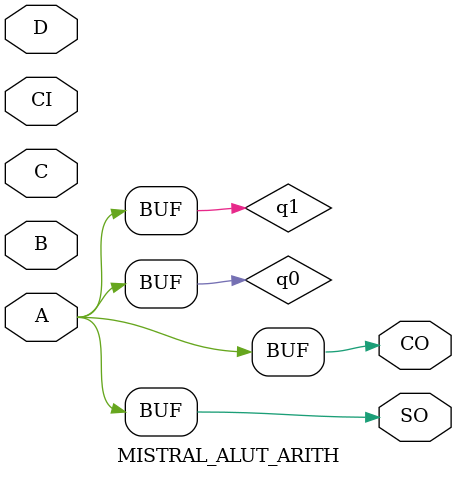
<source format=v>

`default_nettype none


(* abc9_lut=2, lib_whitebox *)
module MISTRAL_ALUT6(input A, B, C, D, E, F, output Q);

parameter [63:0] LUT = 64'h0000_0000_0000_0000;

`ifdef cycloneiv
specify
    (A => Q) = 605;
    (B => Q) = 583;
    (C => Q) = 510;
    (D => Q) = 512;
    (E => Q) = 400;
    (F => Q) = 97;
endspecify
`endif
`ifdef cyclone10gx
specify
    (A => Q) = 275;
    (B => Q) = 272;
    (C => Q) = 175;
    (D => Q) = 165;
    (E => Q) = 162;
    (F => Q) = 53;
endspecify
`endif

assign Q = LUT >> {F, E, D, C, B, A};

endmodule


(* abc9_lut=1, lib_whitebox *)
module MISTRAL_ALUT5(input A, B, C, D, E, output Q);

parameter [31:0] LUT = 32'h0000_0000;

`ifdef cycloneiv
specify
    (A => Q) = 583;
    (B => Q) = 510;
    (C => Q) = 512;
    (D => Q) = 400;
    (E => Q) = 97;
endspecify
`endif
`ifdef cyclone10gx
specify
    (A => Q) = 272;
    (B => Q) = 175;
    (C => Q) = 165;
    (D => Q) = 162;
    (E => Q) = 53;
endspecify
`endif

assign Q = LUT >> {E, D, C, B, A};

endmodule


(* abc9_lut=1, lib_whitebox *)
module MISTRAL_ALUT4(input A, B, C, D, output Q);

parameter [15:0] LUT = 16'h0000;

`ifdef cycloneiv
specify
    (A => Q) = 510;
    (B => Q) = 512;
    (C => Q) = 400;
    (D => Q) = 97;
endspecify
`endif
`ifdef cyclone10gx
specify
    (A => Q) = 175;
    (B => Q) = 165;
    (C => Q) = 162;
    (D => Q) = 53;
endspecify
`endif

assign Q = LUT >> {D, C, B, A};

endmodule


(* abc9_lut=1, lib_whitebox *)
module MISTRAL_ALUT3(input A, B, C, output Q);

parameter [7:0] LUT = 8'h00;

`ifdef cycloneiv
specify
    (A => Q) = 510;
    (B => Q) = 400;
    (C => Q) = 97;
endspecify
`endif
`ifdef cyclone10gx
specify
    (A => Q) = 165;
    (B => Q) = 162;
    (C => Q) = 53;
endspecify
`endif

assign Q = LUT >> {C, B, A};

endmodule


(* abc9_lut=1, lib_whitebox *)
module MISTRAL_ALUT2(input A, B, output Q);

parameter [3:0] LUT = 4'h0;

`ifdef cycloneiv
specify
    (A => Q) = 400;
    (B => Q) = 97;
endspecify
`endif
`ifdef cyclone10gx
specify
    (A => Q) = 162;
    (B => Q) = 53;
endspecify
`endif

assign Q = LUT >> {B, A};

endmodule


(* abc9_lut=1, lib_whitebox *)
module MISTRAL_NOT(input A, output Q);

`ifdef cycloneiv
specify
    (A => Q) = 97;
endspecify
`endif
`ifdef cyclone10gx
specify
    (A => Q) = 53;
endspecify
`endif

assign Q = ~A;

endmodule

(* abc9_box, lib_whitebox *)
module MISTRAL_ALUT_ARITH(input A, B, C, D, (* abc9_carry *) input CI, output SO, (* abc9_carry *) output CO);

parameter LUT = 16'h0000;
parameter sum_lutc_input = "cin";
`ifdef cycloneiv 
specify
    (A  => SO) = 1342;
    (B  => SO) = 1323;
    (C  => SO) = 927;
    (D => SO) = 887;
    (CI => SO) = 368;

    (A  => CO) = 1082;
    (B  => CO) = 1062;
    (C  => CO) = 813;
    (D => CO) = 866;
    (CI => CO) = 36; // Divided by 2 to account for there being two ALUT_ARITHs in an ALM)
endspecify
`endif

wire q0, q1;

assign q0 = LUT >> sum_lutc_input == "cin" ? {D, CI, B, A}:{D, C, B, A};
assign q1 = LUT >> sum_lutc_input == "cin" ? {'b1, CI, B, A}:{'b1, C, B, A};

assign SO = D ? q1 : q0;

assign CO = q0;

endmodule


/*
// A, B, C0, C1, E0, E1, F0, F1: data inputs
// CARRYIN: carry input
// SHAREIN: shared-arithmetic input
// CLK0, CLK1, CLK2: clock inputs
//
// COMB0, COMB1: combinational outputs
// FF0, FF1, FF2, FF3: DFF outputs
// SUM0, SUM1: adder outputs
// CARRYOUT: carry output
// SHAREOUT: shared-arithmetic output
module MISTRAL_ALM(
    input A, B, C0, C1, E0, E1, F0, F1, CARRYIN, SHAREIN, // LUT path
    input CLK0, CLK1, CLK2, AC0, AC1,                     // FF path
    output COMB0, COMB1, SUM0, SUM1, CARRYOUT, SHAREOUT,
    output FF0, FF1, FF2, FF3
);

parameter LUT0 = 16'b0000;
parameter LUT1 = 16'b0000;
parameter LUT2 = 16'b0000;
parameter LUT3 = 16'b0000;

parameter INIT0 = 1'b0;
parameter INIT1 = 1'b0;
parameter INIT2 = 1'b0;
parameter INIT3 = 1'b0;

parameter C0_MUX = "C0";
parameter C1_MUX = "C1";

parameter F0_MUX = "VCC";
parameter F1_MUX = "GND";

parameter FEEDBACK0 = "FF0";
parameter FEEDBACK1 = "FF2";

parameter ADD_MUX = "LUT";

parameter DFF01_DATA_MUX = "COMB";
parameter DFF23_DATA_MUX = "COMB";

parameter DFF0_CLK = "CLK0";
parameter DFF1_CLK = "CLK0";
parameter DFF2_CLK = "CLK0";
parameter DFF3_CLK = "CLK0";

parameter DFF0_AC  = "AC0";
parameter DFF1_AC  = "AC0";
parameter DFF2_AC  = "AC0";
parameter DFF3_AC  = "AC0";

// Feedback muxes from the flip-flop outputs.
wire ff_feedback_mux0, ff_feedback_mux1;

// C-input muxes which can be set to also use the F-input.
wire c0_input_mux, c1_input_mux;

// F-input muxes which can be set to a constant to allow LUT5 use.
wire f0_input_mux, f1_input_mux;

// Adder input muxes to select between shared-arithmetic mode and arithmetic mode.
wire add0_input_mux, add1_input_mux;

// Combinational-output muxes for LUT #1 and LUT #3
wire lut1_comb_mux, lut3_comb_mux;

// Sum-output muxes for LUT #1 and LUT #3
wire lut1_sum_mux, lut3_sum_mux;

// DFF data-input muxes
wire dff01_data_mux, dff23_data_mux;

// DFF clock selectors
wire dff0_clk, dff1_clk, dff2_clk, dff3_clk;

// DFF asynchronous-clear selectors
wire dff0_ac, dff1_ac, dff2_ac, dff3_ac;

// LUT, DFF and adder output wires for routing.
wire lut0_out, lut1a_out, lut1b_out, lut2_out, lut3a_out, lut3b_out;
wire dff0_out, dff1_out, dff2_out, dff3_out;
wire add0_sum, add1_sum, add0_carry, add1_carry;

generate
    if (FEEDBACK0 === "FF0")
        assign ff_feedback_mux0 = dff0_out;
    else if (FEEDBACK0 === "FF1")
        assign ff_feedback_mux0 = dff1_out;
    else
        $error("Invalid FEEDBACK0 setting!");

    if (FEEDBACK1 == "FF2")
        assign ff_feedback_mux1 = dff2_out;
    else if (FEEDBACK1 == "FF3")
        assign ff_feedback_mux1 = dff3_out;
    else
        $error("Invalid FEEDBACK1 setting!");

    if (C0_MUX === "C0")
        assign c0_input_mux = C0;
    else if (C0_MUX === "F1")
        assign c0_input_mux = F1;
    else if (C0_MUX === "FEEDBACK1")
        assign c0_input_mux = ff_feedback_mux1;
    else
        $error("Invalid C0_MUX setting!");

    if (C1_MUX === "C1")
        assign c1_input_mux = C1;
    else if (C1_MUX === "F0")
        assign c1_input_mux = F0;
    else if (C1_MUX === "FEEDBACK0")
        assign c1_input_mux = ff_feedback_mux0;
    else
        $error("Invalid C1_MUX setting!");

    // F0 == VCC is LUT5
    // F0 == F0 is LUT6
    // F0 == FEEDBACK is unknown
    if (F0_MUX === "VCC")
        assign f0_input_mux = 1'b1;
    else if (F0_MUX === "F0")
        assign f0_input_mux = F0;
    else if (F0_MUX === "FEEDBACK0")
        assign f0_input_mux = ff_feedback_mux0;
    else
        $error("Invalid F0_MUX setting!");

    // F1 == GND is LUT5
    // F1 == F1 is LUT6
    // F1 == FEEDBACK is unknown
    if (F1_MUX === "GND")
        assign f1_input_mux = 1'b0;
    else if (F1_MUX === "F1")
        assign f1_input_mux = F1;
    else if (F1_MUX === "FEEDBACK1")
        assign f1_input_mux = ff_feedback_mux1;
    else
        $error("Invalid F1_MUX setting!");

    if (ADD_MUX === "LUT") begin
        assign add0_input_mux = ~lut1_sum_mux;
        assign add1_input_mux = ~lut3_sum_mux;
    end else if (ADD_MUX === "SHARE") begin
        assign add0_input_mux = SHAREIN;
        assign add1_input_mux = lut1_comb_mux;
    end else
        $error("Invalid ADD_MUX setting!");

    if (DFF01_DATA_MUX === "COMB")
        assign dff01_data_mux = COMB0;
    else if (DFF01_DATA_MUX === "SUM")
        assign dff01_data_mux = SUM0;
    else
        $error("Invalid DFF01_DATA_MUX setting!");

    if (DFF23_DATA_MUX === "COMB")
        assign dff23_data_mux = COMB0;
    else if (DFF23_DATA_MUX === "SUM")
        assign dff23_data_mux = SUM0;
    else
        $error("Invalid DFF23_DATA_MUX setting!");

    if (DFF0_CLK === "CLK0")
        assign dff0_clk = CLK0;
    else if (DFF0_CLK === "CLK1")
        assign dff0_clk = CLK1;
    else if (DFF0_CLK === "CLK2")
        assign dff0_clk = CLK2;
    else
        $error("Invalid DFF0_CLK setting!");

    if (DFF1_CLK === "CLK0")
        assign dff1_clk = CLK0;
    else if (DFF1_CLK === "CLK1")
        assign dff1_clk = CLK1;
    else if (DFF1_CLK === "CLK2")
        assign dff1_clk = CLK2;
    else
        $error("Invalid DFF1_CLK setting!");

    if (DFF2_CLK === "CLK0")
        assign dff2_clk = CLK0;
    else if (DFF2_CLK === "CLK1")
        assign dff2_clk = CLK1;
    else if (DFF2_CLK === "CLK2")
        assign dff2_clk = CLK2;
    else
        $error("Invalid DFF2_CLK setting!");

    if (DFF3_CLK === "CLK0")
        assign dff3_clk = CLK0;
    else if (DFF3_CLK === "CLK1")
        assign dff3_clk = CLK1;
    else if (DFF3_CLK === "CLK2")
        assign dff3_clk = CLK2;
    else
        $error("Invalid DFF3_CLK setting!");

    if (DFF0_AC === "AC0")
        assign dff0_ac = AC0;
    else if (DFF0_AC === "AC1")
        assign dff0_ac = AC1;
    else
        $error("Invalid DFF0_AC setting!");

    if (DFF1_AC === "AC0")
        assign dff1_ac = AC0;
    else if (DFF1_AC === "AC1")
        assign dff1_ac = AC1;
    else
        $error("Invalid DFF1_AC setting!");

    if (DFF2_AC === "AC0")
        assign dff2_ac = AC0;
    else if (DFF2_AC === "AC1")
        assign dff2_ac = AC1;
    else
        $error("Invalid DFF2_AC setting!");

    if (DFF3_AC === "AC0")
        assign dff3_ac = AC0;
    else if (DFF3_AC === "AC1")
        assign dff3_ac = AC1;
    else
        $error("Invalid DFF3_AC setting!");

endgenerate

// F0 on the Quartus diagram
MISTRAL_ALUT4 #(.LUT(LUT0)) lut0 (.A(A), .B(B), .C(C0), .D(c1_input_mux), .Q(lut0_out));

// F2 on the Quartus diagram
MISTRAL_ALUT4 #(.LUT(LUT1)) lut1_comb (.A(A), .B(B), .C(C0), .D(c1_input_mux), .Q(lut1_comb_mux));
MISTRAL_ALUT4 #(.LUT(LUT1)) lut1_sum  (.A(A), .B(B), .C(C0), .D(E0), .Q(lut1_sum_mux));

// F1 on the Quartus diagram
MISTRAL_ALUT4 #(.LUT(LUT2)) lut2 (.A(A), .B(B), .C(C1), .D(c0_input_mux), .Q(lut2_out));

// F3 on the Quartus diagram
MISTRAL_ALUT4 #(.LUT(LUT3)) lut3_comb (.A(A), .B(B), .C(C1), .D(c0_input_mux), .Q(lut3_comb_mux));
MISTRAL_ALUT4 #(.LUT(LUT3)) lut3_sum  (.A(A), .B(B), .C(C1), .D(E1), .Q(lut3_sum_mux));

MISTRAL_FF #(.INIT(INIT0)) dff0 (.D(dff01_data_mux), .CLK(dff0_clk), .ACn(dff0_ac), .Q(dff0_out));
MISTRAL_FF #(.INIT(INIT1)) dff1 (.D(dff01_data_mux), .CLK(dff1_clk), .ACn(dff1_ac), .Q(dff1_out));
MISTRAL_FF #(.INIT(INIT2)) dff2 (.D(dff23_data_mux), .CLK(dff2_clk), .ACn(dff2_ac), .Q(dff2_out));
MISTRAL_FF #(.INIT(INIT3)) dff3 (.D(dff23_data_mux), .CLK(dff3_clk), .ACn(dff3_ac), .Q(dff3_out));

// Adders
assign {add0_carry, add0_sum} = CARRYIN + lut0_out + lut1_sum_mux;
assign {add1_carry, add1_sum} = add0_carry + lut2_out + lut3_sum_mux;

// COMBOUT outputs on the Quartus diagram
assign COMB0 = E0 ? (f0_input_mux ? lut3_comb_mux : lut1_comb_mux)
                    : (f0_input_mux ? lut2_out : lut0_out);

assign COMB1 = E1 ? (f1_input_mux ? lut3_comb_mux : lut1_comb_mux)
                    : (f1_input_mux ? lut2_out : lut0_out);

// SUMOUT output on the Quartus diagram
assign SUM0 = add0_sum;
assign SUM1 = add1_sum;

// COUT output on the Quartus diagram
assign CARRYOUT = add1_carry;

// SHAREOUT output on the Quartus diagram
assign SHAREOUT = lut3_comb_mux;

// REGOUT outputs on the Quartus diagram
assign FF0 = dff0_out;
assign FF1 = dff1_out;
assign FF2 = dff2_out;
assign FF3 = dff3_out;

endmodule
*/

</source>
